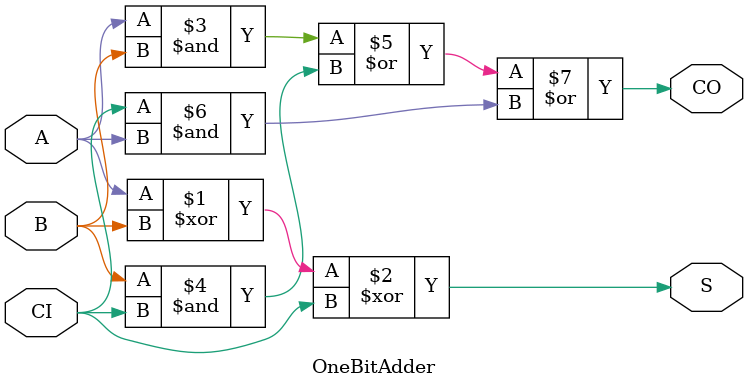
<source format=v>
`timescale 1ns / 1ps


module OneBitAdder( //Full Adder //1 bit
    input A,
    input B,
    input CI,
    output S,
    output CO
    );
    
    
    assign S=(A^B^CI);
    assign CO=(A&B)|(B&CI)|(CI&A);

endmodule


</source>
